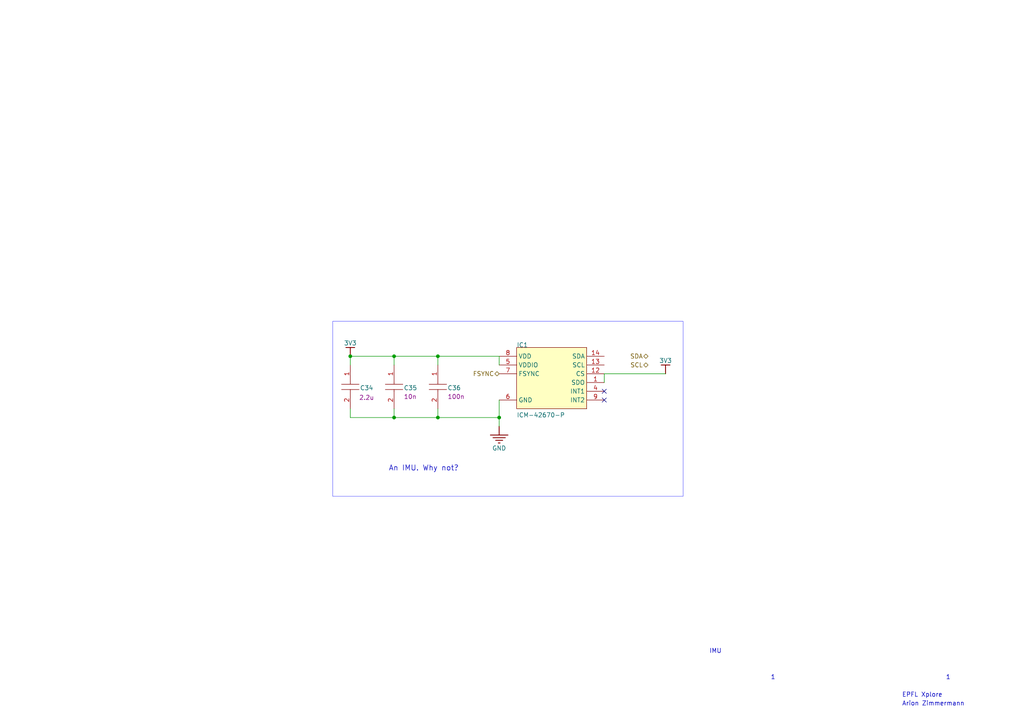
<source format=kicad_sch>
(kicad_sch (version 20250114) (generator "eeschema") (generator_version "9.0")
  (paper "A4")
  (lib_symbols
    (symbol "PolluxIII-altium-import:3V3_BAR" (power)
      (property "Value" "3V3" (at 0 -3.81 0))
      (symbol "3V3_BAR_0_0"
        (polyline (pts (xy -1.27 -2.54) (xy 1.27 -2.54)) (stroke (width 0.254)))
        (polyline (pts (xy 0 0) (xy 0 -2.54)) (stroke (width 0.254)))
        (pin power_in line (at 0 0 0) (length 0) (hide yes) (name "3V3") (number ""))
      )
    )
    (symbol "PolluxIII-altium-import:GND_POWER_GROUND" (power)
      (property "Value" "GND" (at 0 -6.35 0))
      (symbol "GND_POWER_GROUND_0_0"
        (polyline (pts (xy -2.54 -2.54) (xy 2.54 -2.54)) (stroke (width 0.254)))
        (polyline (pts (xy -1.778 -3.302) (xy 1.778 -3.302)) (stroke (width 0.254)))
        (polyline (pts (xy -1.016 -4.064) (xy 1.016 -4.064)) (stroke (width 0.254)))
        (polyline (pts (xy -0.254 -4.826) (xy 0.254 -4.826)) (stroke (width 0.254)))
        (polyline (pts (xy 0 0) (xy 0 -2.54)) (stroke (width 0.254)))
        (pin power_in line (at 0 0 0) (length 0) (hide yes) (name "GND") (number ""))
      )
    )
    (symbol "PolluxIII-altium-import:IMU_0_ICM-42670-P_Pollux III_1.SCHLIB"
      (symbol "IMU_0_ICM-42670-P_Pollux III_1.SCHLIB_1_0"
        (rectangle (start 10.16 10.16) (end -10.16 -7.62) (stroke (width 0) (color 128 0 0 1)) (fill (type background)))
        (pin passive line (at -15.24 7.62 0) (length 5.08) (name "VDD") (number "8"))
        (pin passive line (at -15.24 5.08 0) (length 5.08) (name "VDDIO") (number "5"))
        (pin passive line (at -15.24 2.54 0) (length 5.08) (name "FSYNC") (number "7"))
        (pin passive line (at -15.24 -5.08 0) (length 5.08) (name "GND") (number "6"))
        (pin passive line (at 15.24 7.62 180) (length 5.08) (name "SDA") (number "14"))
        (pin passive line (at 15.24 5.08 180) (length 5.08) (name "SCL") (number "13"))
        (pin passive line (at 15.24 2.54 180) (length 5.08) (name "CS") (number "12"))
        (pin passive line (at 15.24 0 180) (length 5.08) (name "SDO") (number "1"))
        (pin passive line (at 15.24 -2.54 180) (length 5.08) (name "INT1") (number "4"))
        (pin passive line (at 15.24 -5.08 180) (length 5.08) (name "INT2") (number "9"))
      )
    )
    (symbol "PolluxIII-altium-import:IMU_3_C0603C104K5RACTU_CarrierBoard.SCHLIB" (pin_names (hide yes))
      (symbol "IMU_3_C0603C104K5RACTU_CarrierBoard.SCHLIB_1_0"
        (polyline (pts (xy 0 -5.08) (xy 0 -5.588)))
        (polyline (pts (xy 0 -7.112) (xy 0 -7.62)))
        (polyline (pts (xy 2.54 -5.588) (xy -2.54 -5.588)))
        (polyline (pts (xy 2.54 -7.112) (xy -2.54 -7.112)))
        (pin passive line (at 0 0 270) (length 5.08) (name "1") (number "1"))
        (pin passive line (at 0 -12.7 90) (length 5.08) (name "2") (number "2"))
      )
    )
    (symbol "PolluxIII-altium-import:IMU_3_C1206C106K4RACTU_SamacSys.SchLib" (pin_names (hide yes))
      (symbol "IMU_3_C1206C106K4RACTU_SamacSys.SchLib_1_0"
        (polyline (pts (xy 0 -5.08) (xy 0 -5.588)))
        (polyline (pts (xy 0 -7.112) (xy 0 -7.62)))
        (polyline (pts (xy 2.54 -5.588) (xy -2.54 -5.588)))
        (polyline (pts (xy 2.54 -7.112) (xy -2.54 -7.112)))
        (pin passive line (at 0 0 270) (length 5.08) (name "1") (number "1"))
        (pin passive line (at 0 -12.7 90) (length 5.08) (name "2") (number "2"))
      )
    )
  )
  (rectangle (start 198.12 93.1672) (end 96.52 143.9672) (stroke (width 0.0254) (color 0 0 255 1)))
  (text "1" (at 274.32 197.3072 0) (effects (font (size 1.27 1.27)) (justify left bottom)))
  (text "Arion Zimmermann" (at 261.62 204.9272 0) (effects (font (size 1.27 1.27)) (justify left bottom)))
  (text "IMU" (at 205.74 189.6872 0) (effects (font (size 1.27 1.27)) (justify left bottom)))
  (text "EPFL Xplore" (at 261.62 202.3872 0) (effects (font (size 1.27 1.27)) (justify left bottom)))
  (text "1" (at 223.52 197.3072 0) (effects (font (size 1.27 1.27)) (justify left bottom)))
  (text_box "An IMU. Why not?" (at 182.88 133.8072 0) (size -71.12 10.16) (margins 0.9525 0.9525 0.9525 0.9525) (stroke (width -0.0001) (color 0 0 0 1)) (effects (font (size 1.524 1.524)) (justify left top)))
  (junction (at 127 103.3272))
  (junction (at 114.3 121.1072))
  (junction (at 114.3 103.3272))
  (junction (at 127 121.1072))
  (junction (at 101.6 103.3272))
  (junction (at 144.78 121.1072))
  (no_connect (at 175.26 116.0272))
  (no_connect (at 175.26 113.4872))
  (wire (pts (xy 127 121.1072) (xy 144.78 121.1072)))
  (wire (pts (xy 101.6 121.1072) (xy 114.3 121.1072)))
  (wire (pts (xy 127 103.3272) (xy 144.78 103.3272)))
  (wire (pts (xy 127 118.5672) (xy 127 121.1072)))
  (wire (pts (xy 144.78 105.8672) (xy 144.78 103.3272)))
  (wire (pts (xy 144.78 123.6472) (xy 144.78 121.1072)))
  (wire (pts (xy 144.78 121.1072) (xy 144.78 116.0272)))
  (wire (pts (xy 101.6 118.5672) (xy 101.6 121.1072)))
  (wire (pts (xy 101.6 103.3272) (xy 101.6 105.8672)))
  (wire (pts (xy 114.3 118.5672) (xy 114.3 121.1072)))
  (wire (pts (xy 175.26 110.9472) (xy 175.26 108.4072)))
  (wire (pts (xy 114.3 103.3272) (xy 127 103.3272)))
  (wire (pts (xy 101.6 103.3272) (xy 114.3 103.3272)))
  (wire (pts (xy 127 103.3272) (xy 127 105.8672)))
  (wire (pts (xy 114.3 105.8672) (xy 114.3 103.3272)))
  (wire (pts (xy 114.3 121.1072) (xy 127 121.1072)))
  (wire (pts (xy 175.26 108.4072) (xy 193.04 108.4072)))
  (hierarchical_label "FSYNC" (shape bidirectional) (at 144.78 108.4072 180))
  (hierarchical_label "SCL" (shape bidirectional) (at 187.96 105.8672 180))
  (hierarchical_label "SDA" (shape bidirectional) (at 187.96 103.3272 180))
  (symbol (lib_id "PolluxIII-altium-import:IMU_3_C0603C104K5RACTU_CarrierBoard.SCHLIB") (at 114.3 105.8672 0) (unit 0)
    (property "Reference" "C35" (at 117.094 113.2332 0) (effects (justify left bottom)))
    (property "Value" "C0603C103K5RACTU" (effects (hide yes)))
    (property "Footprint" "CAPC1608X95N" (effects (hide yes)))
    (property "Description" "Capacitor" (effects (hide yes)))
    (property "DATASHEET LINK" "http://www.farnell.com/datasheets/2205446.pdf" (effects (hide yes)))
    (property "HEIGHT" "0.95mm" (effects (hide yes)))
    (property "MANUFACTURER_NAME" "Kemet" (effects (hide yes)))
    (property "MANUFACTURER_PART_NUMBER" "C0603C104K5RACTU" (effects (hide yes)))
    (property "MOUSER PART NUMBER" "80-C0603C104K5R" (effects (hide yes)))
    (property "MOUSER PRICE/STOCK" "https://www.mouser.co.uk/ProductDetail/KEMET/C0603C104K5RACTU?qs=l5k%252BbMnNDkkVcnZPSAaaiQ%3D%3D" (effects (hide yes)))
    (property "ARROW PART NUMBER" "C0603C104K5RACTU" (effects (hide yes)))
    (property "ARROW PRICE/STOCK" "https://www.arrow.com/en/products/c0603c104k5ractu/kemet-corporation" (effects (hide yes)))
    (property "ALTIUM_VALUE" "10n" (at 117.094 115.7732 0) (effects (justify left bottom)))
    (property "SUPPLIER 1" "Mouser" (effects (hide yes)))
    (property "SUPPLIER PART NUMBER 1" "80-C0603C104K5R" (effects (hide yes)))
  )
  (symbol (lib_id "PolluxIII-altium-import:IMU_0_ICM-42670-P_Pollux III_1.SCHLIB") (at 160.02 110.9472 0) (unit 0)
    (property "Reference" "IC1" (at 149.86 100.7872 0) (effects (justify left bottom)))
    (property "Value" "ICM-42670-P" (at 149.86 121.1072 0) (effects (justify left bottom)))
    (property "Footprint" "ICM42670P" (effects (hide yes)))
    (property "Description" "Integrated Circuit" (effects (hide yes)))
    (property "DATASHEET LINK" "https://3cfeqx1hf82y3xcoull08ihx-wpengine.netdna-ssl.com/wp-content/uploads/2021/07/DS-000451-ICM-42670-P-v1.0.pdf" (effects (hide yes)))
    (property "MANUFACTURER_NAME" "TDK" (effects (hide yes)))
    (property "MANUFACTURER_PART_NUMBER" "ICM-42670-P" (effects (hide yes)))
    (property "MOUSER PART NUMBER" "410-ICM-42670-P" (effects (hide yes)))
    (property "MOUSER PRICE/STOCK" "https://www.mouser.co.uk/ProductDetail/TDK-InvenSense/ICM-42670-P?qs=iLbezkQI%252BsgK8sMF5V7fQQ%3D%3D" (effects (hide yes)))
    (property "ARROW PART NUMBER" "ICM-42670-P" (effects (hide yes)))
    (property "ARROW PRICE/STOCK" "https://www.arrow.com/en/products/icm-42670-p/invensense?region=nac" (effects (hide yes)))
  )
  (symbol (lib_id "PolluxIII-altium-import:3V3_BAR") (at 101.6 103.3272 180) (unit 1)
    (property "Reference" "#PWR?" (effects (hide yes)))
    (property "Value" "3V3" (at 101.6 99.5172 0))
  )
  (symbol (lib_id "PolluxIII-altium-import:GND_POWER_GROUND") (at 144.78 123.6472 0) (unit 1)
    (property "Reference" "#PWR?" (effects (hide yes)))
    (property "Value" "GND" (at 144.78 129.9972 0))
  )
  (symbol (lib_id "PolluxIII-altium-import:IMU_3_C1206C106K4RACTU_SamacSys.SchLib") (at 101.6 105.8672 0) (unit 0)
    (property "Reference" "C34" (at 104.394 113.2332 0) (effects (justify left bottom)))
    (property "Value" "C1206J225J4RACAUTO" (effects (hide yes)))
    (property "Footprint" "C1206" (effects (hide yes)))
    (property "Description" "Capacitor" (effects (hide yes)))
    (property "DATASHEET LINK" "https://content.kemet.com/datasheets/KEM_C1002_X7R_SMD.pdf" (effects (hide yes)))
    (property "MANUFACTURER_NAME" "Kemet" (effects (hide yes)))
    (property "MANUFACTURER_PART_NUMBER" "C1206C106K4RACTU" (effects (hide yes)))
    (property "MOUSER PART NUMBER" "80-C1206C106K4R" (effects (hide yes)))
    (property "MOUSER PRICE/STOCK" "https://www.mouser.co.uk/ProductDetail/KEMET/C1206C106K4RACTU?qs=guDyKOyRtV0mxqxQedB7kA%3D%3D" (effects (hide yes)))
    (property "ARROW PART NUMBER" "C1206C106K4RACTU" (effects (hide yes)))
    (property "ARROW PRICE/STOCK" "https://www.arrow.com/en/products/c1206c106k4ractu/kemet-corporation" (effects (hide yes)))
    (property "ALTIUM_VALUE" "2.2u" (at 104.14 116.0272 0) (effects (justify left bottom)))
  )
  (symbol (lib_id "PolluxIII-altium-import:IMU_3_C0603C104K5RACTU_CarrierBoard.SCHLIB") (at 127 105.8672 0) (unit 0)
    (property "Reference" "C36" (at 129.794 113.2332 0) (effects (justify left bottom)))
    (property "Value" "C0603C104K5RACTU" (effects (hide yes)))
    (property "Footprint" "CAPC1608X95N" (effects (hide yes)))
    (property "Description" "Capacitor" (effects (hide yes)))
    (property "DATASHEET LINK" "http://www.farnell.com/datasheets/2205446.pdf" (effects (hide yes)))
    (property "HEIGHT" "0.95mm" (effects (hide yes)))
    (property "MANUFACTURER_NAME" "Kemet" (effects (hide yes)))
    (property "MANUFACTURER_PART_NUMBER" "C0603C104K5RACTU" (effects (hide yes)))
    (property "MOUSER PART NUMBER" "80-C0603C104K5R" (effects (hide yes)))
    (property "MOUSER PRICE/STOCK" "https://www.mouser.co.uk/ProductDetail/KEMET/C0603C104K5RACTU?qs=l5k%252BbMnNDkkVcnZPSAaaiQ%3D%3D" (effects (hide yes)))
    (property "ARROW PART NUMBER" "C0603C104K5RACTU" (effects (hide yes)))
    (property "ARROW PRICE/STOCK" "https://www.arrow.com/en/products/c0603c104k5ractu/kemet-corporation" (effects (hide yes)))
    (property "ALTIUM_VALUE" "100n" (at 129.794 115.7732 0) (effects (justify left bottom)))
    (property "SUPPLIER 1" "Mouser" (effects (hide yes)))
    (property "SUPPLIER PART NUMBER 1" "80-C0603C104K5R" (effects (hide yes)))
  )
  (symbol (lib_id "PolluxIII-altium-import:3V3_BAR") (at 193.04 108.4072 180) (unit 1)
    (property "Reference" "#PWR?" (effects (hide yes)))
    (property "Value" "3V3" (at 193.04 104.5972 0))
  )
)
</source>
